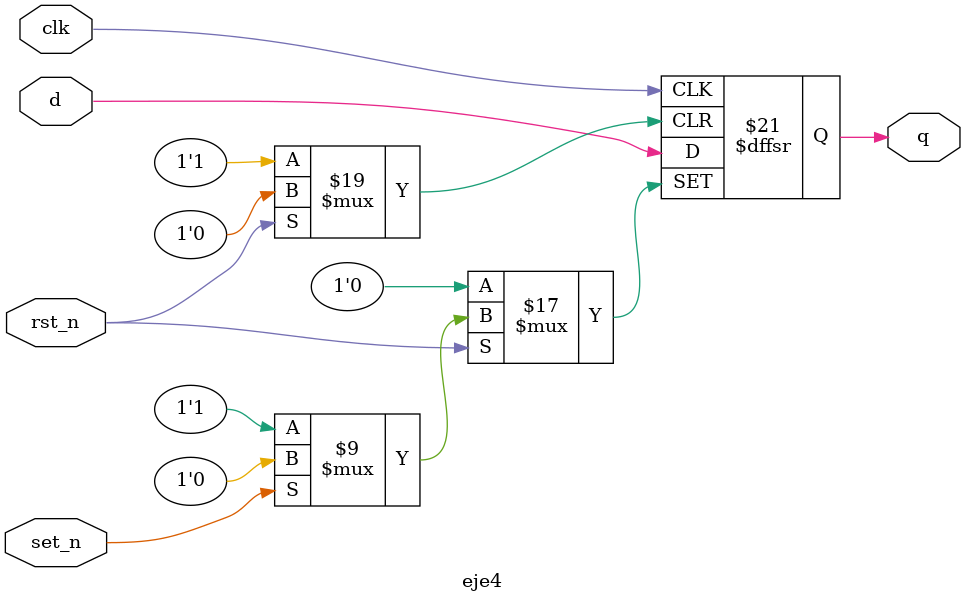
<source format=v>

module eje4 (
    input wire clk,      // Señal de reloj
    input wire d,        // Entrada de datos D
    input wire rst_n,    // Reset asíncrono, activo en bajo (cuando rst_n=0, resetea)
    input wire set_n,    // Set asíncrono, activo en bajo (cuando set_n=0, pone la salida en 1)
    output reg q = 0     // Salida Q, inicializada en 0
);

// El bloque always se ejecuta en:
// - el flanco de subida del reloj (posedge clk)
// - el flanco de bajada de rst_n (negedge rst_n)
// - el flanco de bajada de set_n (negedge set_n)
always @(posedge clk or negedge rst_n or negedge set_n) begin
    if (!rst_n)          // Si rst_n es 0 (reset activo)
        q <= 0;          // Fuerza la salida a 0 inmediatamente (reset asíncrono)
    else if (!set_n)     // Si set_n es 0 (set activo)
        q <= 1;          // Fuerza la salida a 1 inmediatamente (set asíncrono)
    else
        q <= d;          // Si ninguno está activo, toma el valor de D en el flanco de reloj
end

endmodule
</source>
